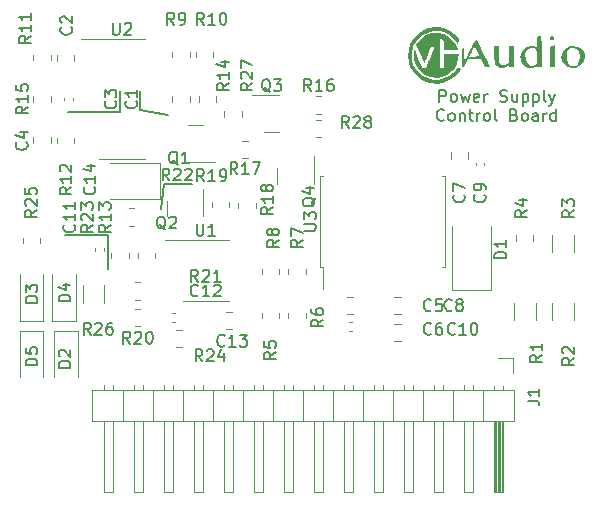
<source format=gbr>
%TF.GenerationSoftware,KiCad,Pcbnew,(5.99.0-9830-g9acf5e365a)*%
%TF.CreationDate,2021-04-09T09:54:32+02:00*%
%TF.ProjectId,Power Supply Control Board SG3525,506f7765-7220-4537-9570-706c7920436f,V 2.0*%
%TF.SameCoordinates,Original*%
%TF.FileFunction,Legend,Top*%
%TF.FilePolarity,Positive*%
%FSLAX46Y46*%
G04 Gerber Fmt 4.6, Leading zero omitted, Abs format (unit mm)*
G04 Created by KiCad (PCBNEW (5.99.0-9830-g9acf5e365a)) date 2021-04-09 09:54:32*
%MOMM*%
%LPD*%
G01*
G04 APERTURE LIST*
%ADD10C,0.150000*%
%ADD11C,0.120000*%
G04 APERTURE END LIST*
D10*
X112903000Y-100965000D02*
X115316000Y-101346000D01*
X112903000Y-99314000D02*
X112903000Y-100965000D01*
X111252000Y-101092000D02*
X106807000Y-101092000D01*
X111252000Y-99314000D02*
X111252000Y-101092000D01*
X110236000Y-111506000D02*
X110236000Y-114427000D01*
X106553000Y-111506000D02*
X110236000Y-111506000D01*
X114935000Y-107188000D02*
X114681000Y-109347000D01*
X117348000Y-107188000D02*
X114935000Y-107188000D01*
X138295666Y-100231380D02*
X138295666Y-99231380D01*
X138676619Y-99231380D01*
X138771857Y-99279000D01*
X138819476Y-99326619D01*
X138867095Y-99421857D01*
X138867095Y-99564714D01*
X138819476Y-99659952D01*
X138771857Y-99707571D01*
X138676619Y-99755190D01*
X138295666Y-99755190D01*
X139438523Y-100231380D02*
X139343285Y-100183761D01*
X139295666Y-100136142D01*
X139248047Y-100040904D01*
X139248047Y-99755190D01*
X139295666Y-99659952D01*
X139343285Y-99612333D01*
X139438523Y-99564714D01*
X139581380Y-99564714D01*
X139676619Y-99612333D01*
X139724238Y-99659952D01*
X139771857Y-99755190D01*
X139771857Y-100040904D01*
X139724238Y-100136142D01*
X139676619Y-100183761D01*
X139581380Y-100231380D01*
X139438523Y-100231380D01*
X140105190Y-99564714D02*
X140295666Y-100231380D01*
X140486142Y-99755190D01*
X140676619Y-100231380D01*
X140867095Y-99564714D01*
X141629000Y-100183761D02*
X141533761Y-100231380D01*
X141343285Y-100231380D01*
X141248047Y-100183761D01*
X141200428Y-100088523D01*
X141200428Y-99707571D01*
X141248047Y-99612333D01*
X141343285Y-99564714D01*
X141533761Y-99564714D01*
X141629000Y-99612333D01*
X141676619Y-99707571D01*
X141676619Y-99802809D01*
X141200428Y-99898047D01*
X142105190Y-100231380D02*
X142105190Y-99564714D01*
X142105190Y-99755190D02*
X142152809Y-99659952D01*
X142200428Y-99612333D01*
X142295666Y-99564714D01*
X142390904Y-99564714D01*
X143438523Y-100183761D02*
X143581380Y-100231380D01*
X143819476Y-100231380D01*
X143914714Y-100183761D01*
X143962333Y-100136142D01*
X144009952Y-100040904D01*
X144009952Y-99945666D01*
X143962333Y-99850428D01*
X143914714Y-99802809D01*
X143819476Y-99755190D01*
X143629000Y-99707571D01*
X143533761Y-99659952D01*
X143486142Y-99612333D01*
X143438523Y-99517095D01*
X143438523Y-99421857D01*
X143486142Y-99326619D01*
X143533761Y-99279000D01*
X143629000Y-99231380D01*
X143867095Y-99231380D01*
X144009952Y-99279000D01*
X144867095Y-99564714D02*
X144867095Y-100231380D01*
X144438523Y-99564714D02*
X144438523Y-100088523D01*
X144486142Y-100183761D01*
X144581380Y-100231380D01*
X144724238Y-100231380D01*
X144819476Y-100183761D01*
X144867095Y-100136142D01*
X145343285Y-99564714D02*
X145343285Y-100564714D01*
X145343285Y-99612333D02*
X145438523Y-99564714D01*
X145629000Y-99564714D01*
X145724238Y-99612333D01*
X145771857Y-99659952D01*
X145819476Y-99755190D01*
X145819476Y-100040904D01*
X145771857Y-100136142D01*
X145724238Y-100183761D01*
X145629000Y-100231380D01*
X145438523Y-100231380D01*
X145343285Y-100183761D01*
X146248047Y-99564714D02*
X146248047Y-100564714D01*
X146248047Y-99612333D02*
X146343285Y-99564714D01*
X146533761Y-99564714D01*
X146629000Y-99612333D01*
X146676619Y-99659952D01*
X146724238Y-99755190D01*
X146724238Y-100040904D01*
X146676619Y-100136142D01*
X146629000Y-100183761D01*
X146533761Y-100231380D01*
X146343285Y-100231380D01*
X146248047Y-100183761D01*
X147295666Y-100231380D02*
X147200428Y-100183761D01*
X147152809Y-100088523D01*
X147152809Y-99231380D01*
X147581380Y-99564714D02*
X147819476Y-100231380D01*
X148057571Y-99564714D02*
X147819476Y-100231380D01*
X147724238Y-100469476D01*
X147676619Y-100517095D01*
X147581380Y-100564714D01*
X138676619Y-101746142D02*
X138629000Y-101793761D01*
X138486142Y-101841380D01*
X138390904Y-101841380D01*
X138248047Y-101793761D01*
X138152809Y-101698523D01*
X138105190Y-101603285D01*
X138057571Y-101412809D01*
X138057571Y-101269952D01*
X138105190Y-101079476D01*
X138152809Y-100984238D01*
X138248047Y-100889000D01*
X138390904Y-100841380D01*
X138486142Y-100841380D01*
X138629000Y-100889000D01*
X138676619Y-100936619D01*
X139248047Y-101841380D02*
X139152809Y-101793761D01*
X139105190Y-101746142D01*
X139057571Y-101650904D01*
X139057571Y-101365190D01*
X139105190Y-101269952D01*
X139152809Y-101222333D01*
X139248047Y-101174714D01*
X139390904Y-101174714D01*
X139486142Y-101222333D01*
X139533761Y-101269952D01*
X139581380Y-101365190D01*
X139581380Y-101650904D01*
X139533761Y-101746142D01*
X139486142Y-101793761D01*
X139390904Y-101841380D01*
X139248047Y-101841380D01*
X140009952Y-101174714D02*
X140009952Y-101841380D01*
X140009952Y-101269952D02*
X140057571Y-101222333D01*
X140152809Y-101174714D01*
X140295666Y-101174714D01*
X140390904Y-101222333D01*
X140438523Y-101317571D01*
X140438523Y-101841380D01*
X140771857Y-101174714D02*
X141152809Y-101174714D01*
X140914714Y-100841380D02*
X140914714Y-101698523D01*
X140962333Y-101793761D01*
X141057571Y-101841380D01*
X141152809Y-101841380D01*
X141486142Y-101841380D02*
X141486142Y-101174714D01*
X141486142Y-101365190D02*
X141533761Y-101269952D01*
X141581380Y-101222333D01*
X141676619Y-101174714D01*
X141771857Y-101174714D01*
X142248047Y-101841380D02*
X142152809Y-101793761D01*
X142105190Y-101746142D01*
X142057571Y-101650904D01*
X142057571Y-101365190D01*
X142105190Y-101269952D01*
X142152809Y-101222333D01*
X142248047Y-101174714D01*
X142390904Y-101174714D01*
X142486142Y-101222333D01*
X142533761Y-101269952D01*
X142581380Y-101365190D01*
X142581380Y-101650904D01*
X142533761Y-101746142D01*
X142486142Y-101793761D01*
X142390904Y-101841380D01*
X142248047Y-101841380D01*
X143152809Y-101841380D02*
X143057571Y-101793761D01*
X143009952Y-101698523D01*
X143009952Y-100841380D01*
X144629000Y-101317571D02*
X144771857Y-101365190D01*
X144819476Y-101412809D01*
X144867095Y-101508047D01*
X144867095Y-101650904D01*
X144819476Y-101746142D01*
X144771857Y-101793761D01*
X144676619Y-101841380D01*
X144295666Y-101841380D01*
X144295666Y-100841380D01*
X144629000Y-100841380D01*
X144724238Y-100889000D01*
X144771857Y-100936619D01*
X144819476Y-101031857D01*
X144819476Y-101127095D01*
X144771857Y-101222333D01*
X144724238Y-101269952D01*
X144629000Y-101317571D01*
X144295666Y-101317571D01*
X145438523Y-101841380D02*
X145343285Y-101793761D01*
X145295666Y-101746142D01*
X145248047Y-101650904D01*
X145248047Y-101365190D01*
X145295666Y-101269952D01*
X145343285Y-101222333D01*
X145438523Y-101174714D01*
X145581380Y-101174714D01*
X145676619Y-101222333D01*
X145724238Y-101269952D01*
X145771857Y-101365190D01*
X145771857Y-101650904D01*
X145724238Y-101746142D01*
X145676619Y-101793761D01*
X145581380Y-101841380D01*
X145438523Y-101841380D01*
X146629000Y-101841380D02*
X146629000Y-101317571D01*
X146581380Y-101222333D01*
X146486142Y-101174714D01*
X146295666Y-101174714D01*
X146200428Y-101222333D01*
X146629000Y-101793761D02*
X146533761Y-101841380D01*
X146295666Y-101841380D01*
X146200428Y-101793761D01*
X146152809Y-101698523D01*
X146152809Y-101603285D01*
X146200428Y-101508047D01*
X146295666Y-101460428D01*
X146533761Y-101460428D01*
X146629000Y-101412809D01*
X147105190Y-101841380D02*
X147105190Y-101174714D01*
X147105190Y-101365190D02*
X147152809Y-101269952D01*
X147200428Y-101222333D01*
X147295666Y-101174714D01*
X147390904Y-101174714D01*
X148152809Y-101841380D02*
X148152809Y-100841380D01*
X148152809Y-101793761D02*
X148057571Y-101841380D01*
X147867095Y-101841380D01*
X147771857Y-101793761D01*
X147724238Y-101746142D01*
X147676619Y-101650904D01*
X147676619Y-101365190D01*
X147724238Y-101269952D01*
X147771857Y-101222333D01*
X147867095Y-101174714D01*
X148057571Y-101174714D01*
X148152809Y-101222333D01*
%TO.C,C14*%
X109069142Y-107449857D02*
X109116761Y-107497476D01*
X109164380Y-107640333D01*
X109164380Y-107735571D01*
X109116761Y-107878428D01*
X109021523Y-107973666D01*
X108926285Y-108021285D01*
X108735809Y-108068904D01*
X108592952Y-108068904D01*
X108402476Y-108021285D01*
X108307238Y-107973666D01*
X108212000Y-107878428D01*
X108164380Y-107735571D01*
X108164380Y-107640333D01*
X108212000Y-107497476D01*
X108259619Y-107449857D01*
X109164380Y-106497476D02*
X109164380Y-107068904D01*
X109164380Y-106783190D02*
X108164380Y-106783190D01*
X108307238Y-106878428D01*
X108402476Y-106973666D01*
X108450095Y-107068904D01*
X108497714Y-105640333D02*
X109164380Y-105640333D01*
X108116761Y-105878428D02*
X108831047Y-106116523D01*
X108831047Y-105497476D01*
%TO.C,D4*%
X107052380Y-117138095D02*
X106052380Y-117138095D01*
X106052380Y-116900000D01*
X106100000Y-116757142D01*
X106195238Y-116661904D01*
X106290476Y-116614285D01*
X106480952Y-116566666D01*
X106623809Y-116566666D01*
X106814285Y-116614285D01*
X106909523Y-116661904D01*
X107004761Y-116757142D01*
X107052380Y-116900000D01*
X107052380Y-117138095D01*
X106385714Y-115709523D02*
X107052380Y-115709523D01*
X106004761Y-115947619D02*
X106719047Y-116185714D01*
X106719047Y-115566666D01*
%TO.C,C1*%
X112607142Y-100166666D02*
X112654761Y-100214285D01*
X112702380Y-100357142D01*
X112702380Y-100452380D01*
X112654761Y-100595238D01*
X112559523Y-100690476D01*
X112464285Y-100738095D01*
X112273809Y-100785714D01*
X112130952Y-100785714D01*
X111940476Y-100738095D01*
X111845238Y-100690476D01*
X111750000Y-100595238D01*
X111702380Y-100452380D01*
X111702380Y-100357142D01*
X111750000Y-100214285D01*
X111797619Y-100166666D01*
X112702380Y-99214285D02*
X112702380Y-99785714D01*
X112702380Y-99500000D02*
X111702380Y-99500000D01*
X111845238Y-99595238D01*
X111940476Y-99690476D01*
X111988095Y-99785714D01*
%TO.C,C3*%
X110857142Y-100166666D02*
X110904761Y-100214285D01*
X110952380Y-100357142D01*
X110952380Y-100452380D01*
X110904761Y-100595238D01*
X110809523Y-100690476D01*
X110714285Y-100738095D01*
X110523809Y-100785714D01*
X110380952Y-100785714D01*
X110190476Y-100738095D01*
X110095238Y-100690476D01*
X110000000Y-100595238D01*
X109952380Y-100452380D01*
X109952380Y-100357142D01*
X110000000Y-100214285D01*
X110047619Y-100166666D01*
X109952380Y-99833333D02*
X109952380Y-99214285D01*
X110333333Y-99547619D01*
X110333333Y-99404761D01*
X110380952Y-99309523D01*
X110428571Y-99261904D01*
X110523809Y-99214285D01*
X110761904Y-99214285D01*
X110857142Y-99261904D01*
X110904761Y-99309523D01*
X110952380Y-99404761D01*
X110952380Y-99690476D01*
X110904761Y-99785714D01*
X110857142Y-99833333D01*
%TO.C,C4*%
X103327142Y-103666666D02*
X103374761Y-103714285D01*
X103422380Y-103857142D01*
X103422380Y-103952380D01*
X103374761Y-104095238D01*
X103279523Y-104190476D01*
X103184285Y-104238095D01*
X102993809Y-104285714D01*
X102850952Y-104285714D01*
X102660476Y-104238095D01*
X102565238Y-104190476D01*
X102470000Y-104095238D01*
X102422380Y-103952380D01*
X102422380Y-103857142D01*
X102470000Y-103714285D01*
X102517619Y-103666666D01*
X102755714Y-102809523D02*
X103422380Y-102809523D01*
X102374761Y-103047619D02*
X103089047Y-103285714D01*
X103089047Y-102666666D01*
%TO.C,C7*%
X140357142Y-108116666D02*
X140404761Y-108164285D01*
X140452380Y-108307142D01*
X140452380Y-108402380D01*
X140404761Y-108545238D01*
X140309523Y-108640476D01*
X140214285Y-108688095D01*
X140023809Y-108735714D01*
X139880952Y-108735714D01*
X139690476Y-108688095D01*
X139595238Y-108640476D01*
X139500000Y-108545238D01*
X139452380Y-108402380D01*
X139452380Y-108307142D01*
X139500000Y-108164285D01*
X139547619Y-108116666D01*
X139452380Y-107783333D02*
X139452380Y-107116666D01*
X140452380Y-107545238D01*
%TO.C,C8*%
X139333333Y-117857142D02*
X139285714Y-117904761D01*
X139142857Y-117952380D01*
X139047619Y-117952380D01*
X138904761Y-117904761D01*
X138809523Y-117809523D01*
X138761904Y-117714285D01*
X138714285Y-117523809D01*
X138714285Y-117380952D01*
X138761904Y-117190476D01*
X138809523Y-117095238D01*
X138904761Y-117000000D01*
X139047619Y-116952380D01*
X139142857Y-116952380D01*
X139285714Y-117000000D01*
X139333333Y-117047619D01*
X139904761Y-117380952D02*
X139809523Y-117333333D01*
X139761904Y-117285714D01*
X139714285Y-117190476D01*
X139714285Y-117142857D01*
X139761904Y-117047619D01*
X139809523Y-117000000D01*
X139904761Y-116952380D01*
X140095238Y-116952380D01*
X140190476Y-117000000D01*
X140238095Y-117047619D01*
X140285714Y-117142857D01*
X140285714Y-117190476D01*
X140238095Y-117285714D01*
X140190476Y-117333333D01*
X140095238Y-117380952D01*
X139904761Y-117380952D01*
X139809523Y-117428571D01*
X139761904Y-117476190D01*
X139714285Y-117571428D01*
X139714285Y-117761904D01*
X139761904Y-117857142D01*
X139809523Y-117904761D01*
X139904761Y-117952380D01*
X140095238Y-117952380D01*
X140190476Y-117904761D01*
X140238095Y-117857142D01*
X140285714Y-117761904D01*
X140285714Y-117571428D01*
X140238095Y-117476190D01*
X140190476Y-117428571D01*
X140095238Y-117380952D01*
%TO.C,C9*%
X142107142Y-108116666D02*
X142154761Y-108164285D01*
X142202380Y-108307142D01*
X142202380Y-108402380D01*
X142154761Y-108545238D01*
X142059523Y-108640476D01*
X141964285Y-108688095D01*
X141773809Y-108735714D01*
X141630952Y-108735714D01*
X141440476Y-108688095D01*
X141345238Y-108640476D01*
X141250000Y-108545238D01*
X141202380Y-108402380D01*
X141202380Y-108307142D01*
X141250000Y-108164285D01*
X141297619Y-108116666D01*
X142202380Y-107640476D02*
X142202380Y-107450000D01*
X142154761Y-107354761D01*
X142107142Y-107307142D01*
X141964285Y-107211904D01*
X141773809Y-107164285D01*
X141392857Y-107164285D01*
X141297619Y-107211904D01*
X141250000Y-107259523D01*
X141202380Y-107354761D01*
X141202380Y-107545238D01*
X141250000Y-107640476D01*
X141297619Y-107688095D01*
X141392857Y-107735714D01*
X141630952Y-107735714D01*
X141726190Y-107688095D01*
X141773809Y-107640476D01*
X141821428Y-107545238D01*
X141821428Y-107354761D01*
X141773809Y-107259523D01*
X141726190Y-107211904D01*
X141630952Y-107164285D01*
%TO.C,C10*%
X139607142Y-119857142D02*
X139559523Y-119904761D01*
X139416666Y-119952380D01*
X139321428Y-119952380D01*
X139178571Y-119904761D01*
X139083333Y-119809523D01*
X139035714Y-119714285D01*
X138988095Y-119523809D01*
X138988095Y-119380952D01*
X139035714Y-119190476D01*
X139083333Y-119095238D01*
X139178571Y-119000000D01*
X139321428Y-118952380D01*
X139416666Y-118952380D01*
X139559523Y-119000000D01*
X139607142Y-119047619D01*
X140559523Y-119952380D02*
X139988095Y-119952380D01*
X140273809Y-119952380D02*
X140273809Y-118952380D01*
X140178571Y-119095238D01*
X140083333Y-119190476D01*
X139988095Y-119238095D01*
X141178571Y-118952380D02*
X141273809Y-118952380D01*
X141369047Y-119000000D01*
X141416666Y-119047619D01*
X141464285Y-119142857D01*
X141511904Y-119333333D01*
X141511904Y-119571428D01*
X141464285Y-119761904D01*
X141416666Y-119857142D01*
X141369047Y-119904761D01*
X141273809Y-119952380D01*
X141178571Y-119952380D01*
X141083333Y-119904761D01*
X141035714Y-119857142D01*
X140988095Y-119761904D01*
X140940476Y-119571428D01*
X140940476Y-119333333D01*
X140988095Y-119142857D01*
X141035714Y-119047619D01*
X141083333Y-119000000D01*
X141178571Y-118952380D01*
%TO.C,D1*%
X143952380Y-113488095D02*
X142952380Y-113488095D01*
X142952380Y-113250000D01*
X143000000Y-113107142D01*
X143095238Y-113011904D01*
X143190476Y-112964285D01*
X143380952Y-112916666D01*
X143523809Y-112916666D01*
X143714285Y-112964285D01*
X143809523Y-113011904D01*
X143904761Y-113107142D01*
X143952380Y-113250000D01*
X143952380Y-113488095D01*
X143952380Y-111964285D02*
X143952380Y-112535714D01*
X143952380Y-112250000D02*
X142952380Y-112250000D01*
X143095238Y-112345238D01*
X143190476Y-112440476D01*
X143238095Y-112535714D01*
%TO.C,D2*%
X107052380Y-122738095D02*
X106052380Y-122738095D01*
X106052380Y-122500000D01*
X106100000Y-122357142D01*
X106195238Y-122261904D01*
X106290476Y-122214285D01*
X106480952Y-122166666D01*
X106623809Y-122166666D01*
X106814285Y-122214285D01*
X106909523Y-122261904D01*
X107004761Y-122357142D01*
X107052380Y-122500000D01*
X107052380Y-122738095D01*
X106147619Y-121785714D02*
X106100000Y-121738095D01*
X106052380Y-121642857D01*
X106052380Y-121404761D01*
X106100000Y-121309523D01*
X106147619Y-121261904D01*
X106242857Y-121214285D01*
X106338095Y-121214285D01*
X106480952Y-121261904D01*
X107052380Y-121833333D01*
X107052380Y-121214285D01*
%TO.C,D3*%
X104252380Y-117238095D02*
X103252380Y-117238095D01*
X103252380Y-117000000D01*
X103300000Y-116857142D01*
X103395238Y-116761904D01*
X103490476Y-116714285D01*
X103680952Y-116666666D01*
X103823809Y-116666666D01*
X104014285Y-116714285D01*
X104109523Y-116761904D01*
X104204761Y-116857142D01*
X104252380Y-117000000D01*
X104252380Y-117238095D01*
X103252380Y-116333333D02*
X103252380Y-115714285D01*
X103633333Y-116047619D01*
X103633333Y-115904761D01*
X103680952Y-115809523D01*
X103728571Y-115761904D01*
X103823809Y-115714285D01*
X104061904Y-115714285D01*
X104157142Y-115761904D01*
X104204761Y-115809523D01*
X104252380Y-115904761D01*
X104252380Y-116190476D01*
X104204761Y-116285714D01*
X104157142Y-116333333D01*
%TO.C,D5*%
X104252380Y-122538095D02*
X103252380Y-122538095D01*
X103252380Y-122300000D01*
X103300000Y-122157142D01*
X103395238Y-122061904D01*
X103490476Y-122014285D01*
X103680952Y-121966666D01*
X103823809Y-121966666D01*
X104014285Y-122014285D01*
X104109523Y-122061904D01*
X104204761Y-122157142D01*
X104252380Y-122300000D01*
X104252380Y-122538095D01*
X103252380Y-121061904D02*
X103252380Y-121538095D01*
X103728571Y-121585714D01*
X103680952Y-121538095D01*
X103633333Y-121442857D01*
X103633333Y-121204761D01*
X103680952Y-121109523D01*
X103728571Y-121061904D01*
X103823809Y-121014285D01*
X104061904Y-121014285D01*
X104157142Y-121061904D01*
X104204761Y-121109523D01*
X104252380Y-121204761D01*
X104252380Y-121442857D01*
X104204761Y-121538095D01*
X104157142Y-121585714D01*
%TO.C,Q1*%
X116154761Y-105547619D02*
X116059523Y-105500000D01*
X115964285Y-105404761D01*
X115821428Y-105261904D01*
X115726190Y-105214285D01*
X115630952Y-105214285D01*
X115678571Y-105452380D02*
X115583333Y-105404761D01*
X115488095Y-105309523D01*
X115440476Y-105119047D01*
X115440476Y-104785714D01*
X115488095Y-104595238D01*
X115583333Y-104500000D01*
X115678571Y-104452380D01*
X115869047Y-104452380D01*
X115964285Y-104500000D01*
X116059523Y-104595238D01*
X116107142Y-104785714D01*
X116107142Y-105119047D01*
X116059523Y-105309523D01*
X115964285Y-105404761D01*
X115869047Y-105452380D01*
X115678571Y-105452380D01*
X117059523Y-105452380D02*
X116488095Y-105452380D01*
X116773809Y-105452380D02*
X116773809Y-104452380D01*
X116678571Y-104595238D01*
X116583333Y-104690476D01*
X116488095Y-104738095D01*
%TO.C,Q2*%
X115093761Y-111037619D02*
X114998523Y-110990000D01*
X114903285Y-110894761D01*
X114760428Y-110751904D01*
X114665190Y-110704285D01*
X114569952Y-110704285D01*
X114617571Y-110942380D02*
X114522333Y-110894761D01*
X114427095Y-110799523D01*
X114379476Y-110609047D01*
X114379476Y-110275714D01*
X114427095Y-110085238D01*
X114522333Y-109990000D01*
X114617571Y-109942380D01*
X114808047Y-109942380D01*
X114903285Y-109990000D01*
X114998523Y-110085238D01*
X115046142Y-110275714D01*
X115046142Y-110609047D01*
X114998523Y-110799523D01*
X114903285Y-110894761D01*
X114808047Y-110942380D01*
X114617571Y-110942380D01*
X115427095Y-110037619D02*
X115474714Y-109990000D01*
X115569952Y-109942380D01*
X115808047Y-109942380D01*
X115903285Y-109990000D01*
X115950904Y-110037619D01*
X115998523Y-110132857D01*
X115998523Y-110228095D01*
X115950904Y-110370952D01*
X115379476Y-110942380D01*
X115998523Y-110942380D01*
%TO.C,R1*%
X146952380Y-121666666D02*
X146476190Y-122000000D01*
X146952380Y-122238095D02*
X145952380Y-122238095D01*
X145952380Y-121857142D01*
X146000000Y-121761904D01*
X146047619Y-121714285D01*
X146142857Y-121666666D01*
X146285714Y-121666666D01*
X146380952Y-121714285D01*
X146428571Y-121761904D01*
X146476190Y-121857142D01*
X146476190Y-122238095D01*
X146952380Y-120714285D02*
X146952380Y-121285714D01*
X146952380Y-121000000D02*
X145952380Y-121000000D01*
X146095238Y-121095238D01*
X146190476Y-121190476D01*
X146238095Y-121285714D01*
%TO.C,R2*%
X149702380Y-121916666D02*
X149226190Y-122250000D01*
X149702380Y-122488095D02*
X148702380Y-122488095D01*
X148702380Y-122107142D01*
X148750000Y-122011904D01*
X148797619Y-121964285D01*
X148892857Y-121916666D01*
X149035714Y-121916666D01*
X149130952Y-121964285D01*
X149178571Y-122011904D01*
X149226190Y-122107142D01*
X149226190Y-122488095D01*
X148797619Y-121535714D02*
X148750000Y-121488095D01*
X148702380Y-121392857D01*
X148702380Y-121154761D01*
X148750000Y-121059523D01*
X148797619Y-121011904D01*
X148892857Y-120964285D01*
X148988095Y-120964285D01*
X149130952Y-121011904D01*
X149702380Y-121583333D01*
X149702380Y-120964285D01*
%TO.C,R3*%
X149702380Y-109416666D02*
X149226190Y-109750000D01*
X149702380Y-109988095D02*
X148702380Y-109988095D01*
X148702380Y-109607142D01*
X148750000Y-109511904D01*
X148797619Y-109464285D01*
X148892857Y-109416666D01*
X149035714Y-109416666D01*
X149130952Y-109464285D01*
X149178571Y-109511904D01*
X149226190Y-109607142D01*
X149226190Y-109988095D01*
X148702380Y-109083333D02*
X148702380Y-108464285D01*
X149083333Y-108797619D01*
X149083333Y-108654761D01*
X149130952Y-108559523D01*
X149178571Y-108511904D01*
X149273809Y-108464285D01*
X149511904Y-108464285D01*
X149607142Y-108511904D01*
X149654761Y-108559523D01*
X149702380Y-108654761D01*
X149702380Y-108940476D01*
X149654761Y-109035714D01*
X149607142Y-109083333D01*
%TO.C,R4*%
X145702380Y-109416666D02*
X145226190Y-109750000D01*
X145702380Y-109988095D02*
X144702380Y-109988095D01*
X144702380Y-109607142D01*
X144750000Y-109511904D01*
X144797619Y-109464285D01*
X144892857Y-109416666D01*
X145035714Y-109416666D01*
X145130952Y-109464285D01*
X145178571Y-109511904D01*
X145226190Y-109607142D01*
X145226190Y-109988095D01*
X145035714Y-108559523D02*
X145702380Y-108559523D01*
X144654761Y-108797619D02*
X145369047Y-109035714D01*
X145369047Y-108416666D01*
%TO.C,R5*%
X124452380Y-121416666D02*
X123976190Y-121750000D01*
X124452380Y-121988095D02*
X123452380Y-121988095D01*
X123452380Y-121607142D01*
X123500000Y-121511904D01*
X123547619Y-121464285D01*
X123642857Y-121416666D01*
X123785714Y-121416666D01*
X123880952Y-121464285D01*
X123928571Y-121511904D01*
X123976190Y-121607142D01*
X123976190Y-121988095D01*
X123452380Y-120511904D02*
X123452380Y-120988095D01*
X123928571Y-121035714D01*
X123880952Y-120988095D01*
X123833333Y-120892857D01*
X123833333Y-120654761D01*
X123880952Y-120559523D01*
X123928571Y-120511904D01*
X124023809Y-120464285D01*
X124261904Y-120464285D01*
X124357142Y-120511904D01*
X124404761Y-120559523D01*
X124452380Y-120654761D01*
X124452380Y-120892857D01*
X124404761Y-120988095D01*
X124357142Y-121035714D01*
%TO.C,R6*%
X128452380Y-118666666D02*
X127976190Y-119000000D01*
X128452380Y-119238095D02*
X127452380Y-119238095D01*
X127452380Y-118857142D01*
X127500000Y-118761904D01*
X127547619Y-118714285D01*
X127642857Y-118666666D01*
X127785714Y-118666666D01*
X127880952Y-118714285D01*
X127928571Y-118761904D01*
X127976190Y-118857142D01*
X127976190Y-119238095D01*
X127452380Y-117809523D02*
X127452380Y-118000000D01*
X127500000Y-118095238D01*
X127547619Y-118142857D01*
X127690476Y-118238095D01*
X127880952Y-118285714D01*
X128261904Y-118285714D01*
X128357142Y-118238095D01*
X128404761Y-118190476D01*
X128452380Y-118095238D01*
X128452380Y-117904761D01*
X128404761Y-117809523D01*
X128357142Y-117761904D01*
X128261904Y-117714285D01*
X128023809Y-117714285D01*
X127928571Y-117761904D01*
X127880952Y-117809523D01*
X127833333Y-117904761D01*
X127833333Y-118095238D01*
X127880952Y-118190476D01*
X127928571Y-118238095D01*
X128023809Y-118285714D01*
%TO.C,R7*%
X126702380Y-111916666D02*
X126226190Y-112250000D01*
X126702380Y-112488095D02*
X125702380Y-112488095D01*
X125702380Y-112107142D01*
X125750000Y-112011904D01*
X125797619Y-111964285D01*
X125892857Y-111916666D01*
X126035714Y-111916666D01*
X126130952Y-111964285D01*
X126178571Y-112011904D01*
X126226190Y-112107142D01*
X126226190Y-112488095D01*
X125702380Y-111583333D02*
X125702380Y-110916666D01*
X126702380Y-111345238D01*
%TO.C,R8*%
X124702380Y-111916666D02*
X124226190Y-112250000D01*
X124702380Y-112488095D02*
X123702380Y-112488095D01*
X123702380Y-112107142D01*
X123750000Y-112011904D01*
X123797619Y-111964285D01*
X123892857Y-111916666D01*
X124035714Y-111916666D01*
X124130952Y-111964285D01*
X124178571Y-112011904D01*
X124226190Y-112107142D01*
X124226190Y-112488095D01*
X124130952Y-111345238D02*
X124083333Y-111440476D01*
X124035714Y-111488095D01*
X123940476Y-111535714D01*
X123892857Y-111535714D01*
X123797619Y-111488095D01*
X123750000Y-111440476D01*
X123702380Y-111345238D01*
X123702380Y-111154761D01*
X123750000Y-111059523D01*
X123797619Y-111011904D01*
X123892857Y-110964285D01*
X123940476Y-110964285D01*
X124035714Y-111011904D01*
X124083333Y-111059523D01*
X124130952Y-111154761D01*
X124130952Y-111345238D01*
X124178571Y-111440476D01*
X124226190Y-111488095D01*
X124321428Y-111535714D01*
X124511904Y-111535714D01*
X124607142Y-111488095D01*
X124654761Y-111440476D01*
X124702380Y-111345238D01*
X124702380Y-111154761D01*
X124654761Y-111059523D01*
X124607142Y-111011904D01*
X124511904Y-110964285D01*
X124321428Y-110964285D01*
X124226190Y-111011904D01*
X124178571Y-111059523D01*
X124130952Y-111154761D01*
%TO.C,R9*%
X115833333Y-93702380D02*
X115500000Y-93226190D01*
X115261904Y-93702380D02*
X115261904Y-92702380D01*
X115642857Y-92702380D01*
X115738095Y-92750000D01*
X115785714Y-92797619D01*
X115833333Y-92892857D01*
X115833333Y-93035714D01*
X115785714Y-93130952D01*
X115738095Y-93178571D01*
X115642857Y-93226190D01*
X115261904Y-93226190D01*
X116309523Y-93702380D02*
X116500000Y-93702380D01*
X116595238Y-93654761D01*
X116642857Y-93607142D01*
X116738095Y-93464285D01*
X116785714Y-93273809D01*
X116785714Y-92892857D01*
X116738095Y-92797619D01*
X116690476Y-92750000D01*
X116595238Y-92702380D01*
X116404761Y-92702380D01*
X116309523Y-92750000D01*
X116261904Y-92797619D01*
X116214285Y-92892857D01*
X116214285Y-93130952D01*
X116261904Y-93226190D01*
X116309523Y-93273809D01*
X116404761Y-93321428D01*
X116595238Y-93321428D01*
X116690476Y-93273809D01*
X116738095Y-93226190D01*
X116785714Y-93130952D01*
%TO.C,R10*%
X118357142Y-93702380D02*
X118023809Y-93226190D01*
X117785714Y-93702380D02*
X117785714Y-92702380D01*
X118166666Y-92702380D01*
X118261904Y-92750000D01*
X118309523Y-92797619D01*
X118357142Y-92892857D01*
X118357142Y-93035714D01*
X118309523Y-93130952D01*
X118261904Y-93178571D01*
X118166666Y-93226190D01*
X117785714Y-93226190D01*
X119309523Y-93702380D02*
X118738095Y-93702380D01*
X119023809Y-93702380D02*
X119023809Y-92702380D01*
X118928571Y-92845238D01*
X118833333Y-92940476D01*
X118738095Y-92988095D01*
X119928571Y-92702380D02*
X120023809Y-92702380D01*
X120119047Y-92750000D01*
X120166666Y-92797619D01*
X120214285Y-92892857D01*
X120261904Y-93083333D01*
X120261904Y-93321428D01*
X120214285Y-93511904D01*
X120166666Y-93607142D01*
X120119047Y-93654761D01*
X120023809Y-93702380D01*
X119928571Y-93702380D01*
X119833333Y-93654761D01*
X119785714Y-93607142D01*
X119738095Y-93511904D01*
X119690476Y-93321428D01*
X119690476Y-93083333D01*
X119738095Y-92892857D01*
X119785714Y-92797619D01*
X119833333Y-92750000D01*
X119928571Y-92702380D01*
%TO.C,R11*%
X103702380Y-94642857D02*
X103226190Y-94976190D01*
X103702380Y-95214285D02*
X102702380Y-95214285D01*
X102702380Y-94833333D01*
X102750000Y-94738095D01*
X102797619Y-94690476D01*
X102892857Y-94642857D01*
X103035714Y-94642857D01*
X103130952Y-94690476D01*
X103178571Y-94738095D01*
X103226190Y-94833333D01*
X103226190Y-95214285D01*
X103702380Y-93690476D02*
X103702380Y-94261904D01*
X103702380Y-93976190D02*
X102702380Y-93976190D01*
X102845238Y-94071428D01*
X102940476Y-94166666D01*
X102988095Y-94261904D01*
X103702380Y-92738095D02*
X103702380Y-93309523D01*
X103702380Y-93023809D02*
X102702380Y-93023809D01*
X102845238Y-93119047D01*
X102940476Y-93214285D01*
X102988095Y-93309523D01*
%TO.C,R12*%
X107132380Y-107449857D02*
X106656190Y-107783190D01*
X107132380Y-108021285D02*
X106132380Y-108021285D01*
X106132380Y-107640333D01*
X106180000Y-107545095D01*
X106227619Y-107497476D01*
X106322857Y-107449857D01*
X106465714Y-107449857D01*
X106560952Y-107497476D01*
X106608571Y-107545095D01*
X106656190Y-107640333D01*
X106656190Y-108021285D01*
X107132380Y-106497476D02*
X107132380Y-107068904D01*
X107132380Y-106783190D02*
X106132380Y-106783190D01*
X106275238Y-106878428D01*
X106370476Y-106973666D01*
X106418095Y-107068904D01*
X106227619Y-106116523D02*
X106180000Y-106068904D01*
X106132380Y-105973666D01*
X106132380Y-105735571D01*
X106180000Y-105640333D01*
X106227619Y-105592714D01*
X106322857Y-105545095D01*
X106418095Y-105545095D01*
X106560952Y-105592714D01*
X107132380Y-106164142D01*
X107132380Y-105545095D01*
%TO.C,R14*%
X120452380Y-98642857D02*
X119976190Y-98976190D01*
X120452380Y-99214285D02*
X119452380Y-99214285D01*
X119452380Y-98833333D01*
X119500000Y-98738095D01*
X119547619Y-98690476D01*
X119642857Y-98642857D01*
X119785714Y-98642857D01*
X119880952Y-98690476D01*
X119928571Y-98738095D01*
X119976190Y-98833333D01*
X119976190Y-99214285D01*
X120452380Y-97690476D02*
X120452380Y-98261904D01*
X120452380Y-97976190D02*
X119452380Y-97976190D01*
X119595238Y-98071428D01*
X119690476Y-98166666D01*
X119738095Y-98261904D01*
X119785714Y-96833333D02*
X120452380Y-96833333D01*
X119404761Y-97071428D02*
X120119047Y-97309523D01*
X120119047Y-96690476D01*
%TO.C,R15*%
X103452380Y-100642857D02*
X102976190Y-100976190D01*
X103452380Y-101214285D02*
X102452380Y-101214285D01*
X102452380Y-100833333D01*
X102500000Y-100738095D01*
X102547619Y-100690476D01*
X102642857Y-100642857D01*
X102785714Y-100642857D01*
X102880952Y-100690476D01*
X102928571Y-100738095D01*
X102976190Y-100833333D01*
X102976190Y-101214285D01*
X103452380Y-99690476D02*
X103452380Y-100261904D01*
X103452380Y-99976190D02*
X102452380Y-99976190D01*
X102595238Y-100071428D01*
X102690476Y-100166666D01*
X102738095Y-100261904D01*
X102452380Y-98785714D02*
X102452380Y-99261904D01*
X102928571Y-99309523D01*
X102880952Y-99261904D01*
X102833333Y-99166666D01*
X102833333Y-98928571D01*
X102880952Y-98833333D01*
X102928571Y-98785714D01*
X103023809Y-98738095D01*
X103261904Y-98738095D01*
X103357142Y-98785714D01*
X103404761Y-98833333D01*
X103452380Y-98928571D01*
X103452380Y-99166666D01*
X103404761Y-99261904D01*
X103357142Y-99309523D01*
%TO.C,R16*%
X127436142Y-99309380D02*
X127102809Y-98833190D01*
X126864714Y-99309380D02*
X126864714Y-98309380D01*
X127245666Y-98309380D01*
X127340904Y-98357000D01*
X127388523Y-98404619D01*
X127436142Y-98499857D01*
X127436142Y-98642714D01*
X127388523Y-98737952D01*
X127340904Y-98785571D01*
X127245666Y-98833190D01*
X126864714Y-98833190D01*
X128388523Y-99309380D02*
X127817095Y-99309380D01*
X128102809Y-99309380D02*
X128102809Y-98309380D01*
X128007571Y-98452238D01*
X127912333Y-98547476D01*
X127817095Y-98595095D01*
X129245666Y-98309380D02*
X129055190Y-98309380D01*
X128959952Y-98357000D01*
X128912333Y-98404619D01*
X128817095Y-98547476D01*
X128769476Y-98737952D01*
X128769476Y-99118904D01*
X128817095Y-99214142D01*
X128864714Y-99261761D01*
X128959952Y-99309380D01*
X129150428Y-99309380D01*
X129245666Y-99261761D01*
X129293285Y-99214142D01*
X129340904Y-99118904D01*
X129340904Y-98880809D01*
X129293285Y-98785571D01*
X129245666Y-98737952D01*
X129150428Y-98690333D01*
X128959952Y-98690333D01*
X128864714Y-98737952D01*
X128817095Y-98785571D01*
X128769476Y-98880809D01*
%TO.C,R18*%
X124202380Y-109142857D02*
X123726190Y-109476190D01*
X124202380Y-109714285D02*
X123202380Y-109714285D01*
X123202380Y-109333333D01*
X123250000Y-109238095D01*
X123297619Y-109190476D01*
X123392857Y-109142857D01*
X123535714Y-109142857D01*
X123630952Y-109190476D01*
X123678571Y-109238095D01*
X123726190Y-109333333D01*
X123726190Y-109714285D01*
X124202380Y-108190476D02*
X124202380Y-108761904D01*
X124202380Y-108476190D02*
X123202380Y-108476190D01*
X123345238Y-108571428D01*
X123440476Y-108666666D01*
X123488095Y-108761904D01*
X123630952Y-107619047D02*
X123583333Y-107714285D01*
X123535714Y-107761904D01*
X123440476Y-107809523D01*
X123392857Y-107809523D01*
X123297619Y-107761904D01*
X123250000Y-107714285D01*
X123202380Y-107619047D01*
X123202380Y-107428571D01*
X123250000Y-107333333D01*
X123297619Y-107285714D01*
X123392857Y-107238095D01*
X123440476Y-107238095D01*
X123535714Y-107285714D01*
X123583333Y-107333333D01*
X123630952Y-107428571D01*
X123630952Y-107619047D01*
X123678571Y-107714285D01*
X123726190Y-107761904D01*
X123821428Y-107809523D01*
X124011904Y-107809523D01*
X124107142Y-107761904D01*
X124154761Y-107714285D01*
X124202380Y-107619047D01*
X124202380Y-107428571D01*
X124154761Y-107333333D01*
X124107142Y-107285714D01*
X124011904Y-107238095D01*
X123821428Y-107238095D01*
X123726190Y-107285714D01*
X123678571Y-107333333D01*
X123630952Y-107428571D01*
%TO.C,R19*%
X118357142Y-106952380D02*
X118023809Y-106476190D01*
X117785714Y-106952380D02*
X117785714Y-105952380D01*
X118166666Y-105952380D01*
X118261904Y-106000000D01*
X118309523Y-106047619D01*
X118357142Y-106142857D01*
X118357142Y-106285714D01*
X118309523Y-106380952D01*
X118261904Y-106428571D01*
X118166666Y-106476190D01*
X117785714Y-106476190D01*
X119309523Y-106952380D02*
X118738095Y-106952380D01*
X119023809Y-106952380D02*
X119023809Y-105952380D01*
X118928571Y-106095238D01*
X118833333Y-106190476D01*
X118738095Y-106238095D01*
X119785714Y-106952380D02*
X119976190Y-106952380D01*
X120071428Y-106904761D01*
X120119047Y-106857142D01*
X120214285Y-106714285D01*
X120261904Y-106523809D01*
X120261904Y-106142857D01*
X120214285Y-106047619D01*
X120166666Y-106000000D01*
X120071428Y-105952380D01*
X119880952Y-105952380D01*
X119785714Y-106000000D01*
X119738095Y-106047619D01*
X119690476Y-106142857D01*
X119690476Y-106380952D01*
X119738095Y-106476190D01*
X119785714Y-106523809D01*
X119880952Y-106571428D01*
X120071428Y-106571428D01*
X120166666Y-106523809D01*
X120214285Y-106476190D01*
X120261904Y-106380952D01*
%TO.C,R20*%
X112107142Y-120702380D02*
X111773809Y-120226190D01*
X111535714Y-120702380D02*
X111535714Y-119702380D01*
X111916666Y-119702380D01*
X112011904Y-119750000D01*
X112059523Y-119797619D01*
X112107142Y-119892857D01*
X112107142Y-120035714D01*
X112059523Y-120130952D01*
X112011904Y-120178571D01*
X111916666Y-120226190D01*
X111535714Y-120226190D01*
X112488095Y-119797619D02*
X112535714Y-119750000D01*
X112630952Y-119702380D01*
X112869047Y-119702380D01*
X112964285Y-119750000D01*
X113011904Y-119797619D01*
X113059523Y-119892857D01*
X113059523Y-119988095D01*
X113011904Y-120130952D01*
X112440476Y-120702380D01*
X113059523Y-120702380D01*
X113678571Y-119702380D02*
X113773809Y-119702380D01*
X113869047Y-119750000D01*
X113916666Y-119797619D01*
X113964285Y-119892857D01*
X114011904Y-120083333D01*
X114011904Y-120321428D01*
X113964285Y-120511904D01*
X113916666Y-120607142D01*
X113869047Y-120654761D01*
X113773809Y-120702380D01*
X113678571Y-120702380D01*
X113583333Y-120654761D01*
X113535714Y-120607142D01*
X113488095Y-120511904D01*
X113440476Y-120321428D01*
X113440476Y-120083333D01*
X113488095Y-119892857D01*
X113535714Y-119797619D01*
X113583333Y-119750000D01*
X113678571Y-119702380D01*
%TO.C,R21*%
X117857142Y-115452380D02*
X117523809Y-114976190D01*
X117285714Y-115452380D02*
X117285714Y-114452380D01*
X117666666Y-114452380D01*
X117761904Y-114500000D01*
X117809523Y-114547619D01*
X117857142Y-114642857D01*
X117857142Y-114785714D01*
X117809523Y-114880952D01*
X117761904Y-114928571D01*
X117666666Y-114976190D01*
X117285714Y-114976190D01*
X118238095Y-114547619D02*
X118285714Y-114500000D01*
X118380952Y-114452380D01*
X118619047Y-114452380D01*
X118714285Y-114500000D01*
X118761904Y-114547619D01*
X118809523Y-114642857D01*
X118809523Y-114738095D01*
X118761904Y-114880952D01*
X118190476Y-115452380D01*
X118809523Y-115452380D01*
X119761904Y-115452380D02*
X119190476Y-115452380D01*
X119476190Y-115452380D02*
X119476190Y-114452380D01*
X119380952Y-114595238D01*
X119285714Y-114690476D01*
X119190476Y-114738095D01*
%TO.C,R22*%
X115435142Y-106878380D02*
X115101809Y-106402190D01*
X114863714Y-106878380D02*
X114863714Y-105878380D01*
X115244666Y-105878380D01*
X115339904Y-105926000D01*
X115387523Y-105973619D01*
X115435142Y-106068857D01*
X115435142Y-106211714D01*
X115387523Y-106306952D01*
X115339904Y-106354571D01*
X115244666Y-106402190D01*
X114863714Y-106402190D01*
X115816095Y-105973619D02*
X115863714Y-105926000D01*
X115958952Y-105878380D01*
X116197047Y-105878380D01*
X116292285Y-105926000D01*
X116339904Y-105973619D01*
X116387523Y-106068857D01*
X116387523Y-106164095D01*
X116339904Y-106306952D01*
X115768476Y-106878380D01*
X116387523Y-106878380D01*
X116768476Y-105973619D02*
X116816095Y-105926000D01*
X116911333Y-105878380D01*
X117149428Y-105878380D01*
X117244666Y-105926000D01*
X117292285Y-105973619D01*
X117339904Y-106068857D01*
X117339904Y-106164095D01*
X117292285Y-106306952D01*
X116720857Y-106878380D01*
X117339904Y-106878380D01*
%TO.C,R23*%
X108952380Y-110642857D02*
X108476190Y-110976190D01*
X108952380Y-111214285D02*
X107952380Y-111214285D01*
X107952380Y-110833333D01*
X108000000Y-110738095D01*
X108047619Y-110690476D01*
X108142857Y-110642857D01*
X108285714Y-110642857D01*
X108380952Y-110690476D01*
X108428571Y-110738095D01*
X108476190Y-110833333D01*
X108476190Y-111214285D01*
X108047619Y-110261904D02*
X108000000Y-110214285D01*
X107952380Y-110119047D01*
X107952380Y-109880952D01*
X108000000Y-109785714D01*
X108047619Y-109738095D01*
X108142857Y-109690476D01*
X108238095Y-109690476D01*
X108380952Y-109738095D01*
X108952380Y-110309523D01*
X108952380Y-109690476D01*
X107952380Y-109357142D02*
X107952380Y-108738095D01*
X108333333Y-109071428D01*
X108333333Y-108928571D01*
X108380952Y-108833333D01*
X108428571Y-108785714D01*
X108523809Y-108738095D01*
X108761904Y-108738095D01*
X108857142Y-108785714D01*
X108904761Y-108833333D01*
X108952380Y-108928571D01*
X108952380Y-109214285D01*
X108904761Y-109309523D01*
X108857142Y-109357142D01*
%TO.C,R24*%
X118229142Y-122202380D02*
X117895809Y-121726190D01*
X117657714Y-122202380D02*
X117657714Y-121202380D01*
X118038666Y-121202380D01*
X118133904Y-121250000D01*
X118181523Y-121297619D01*
X118229142Y-121392857D01*
X118229142Y-121535714D01*
X118181523Y-121630952D01*
X118133904Y-121678571D01*
X118038666Y-121726190D01*
X117657714Y-121726190D01*
X118610095Y-121297619D02*
X118657714Y-121250000D01*
X118752952Y-121202380D01*
X118991047Y-121202380D01*
X119086285Y-121250000D01*
X119133904Y-121297619D01*
X119181523Y-121392857D01*
X119181523Y-121488095D01*
X119133904Y-121630952D01*
X118562476Y-122202380D01*
X119181523Y-122202380D01*
X120038666Y-121535714D02*
X120038666Y-122202380D01*
X119800571Y-121154761D02*
X119562476Y-121869047D01*
X120181523Y-121869047D01*
%TO.C,R26*%
X108757142Y-119952380D02*
X108423809Y-119476190D01*
X108185714Y-119952380D02*
X108185714Y-118952380D01*
X108566666Y-118952380D01*
X108661904Y-119000000D01*
X108709523Y-119047619D01*
X108757142Y-119142857D01*
X108757142Y-119285714D01*
X108709523Y-119380952D01*
X108661904Y-119428571D01*
X108566666Y-119476190D01*
X108185714Y-119476190D01*
X109138095Y-119047619D02*
X109185714Y-119000000D01*
X109280952Y-118952380D01*
X109519047Y-118952380D01*
X109614285Y-119000000D01*
X109661904Y-119047619D01*
X109709523Y-119142857D01*
X109709523Y-119238095D01*
X109661904Y-119380952D01*
X109090476Y-119952380D01*
X109709523Y-119952380D01*
X110566666Y-118952380D02*
X110376190Y-118952380D01*
X110280952Y-119000000D01*
X110233333Y-119047619D01*
X110138095Y-119190476D01*
X110090476Y-119380952D01*
X110090476Y-119761904D01*
X110138095Y-119857142D01*
X110185714Y-119904761D01*
X110280952Y-119952380D01*
X110471428Y-119952380D01*
X110566666Y-119904761D01*
X110614285Y-119857142D01*
X110661904Y-119761904D01*
X110661904Y-119523809D01*
X110614285Y-119428571D01*
X110566666Y-119380952D01*
X110471428Y-119333333D01*
X110280952Y-119333333D01*
X110185714Y-119380952D01*
X110138095Y-119428571D01*
X110090476Y-119523809D01*
%TO.C,U2*%
X110638095Y-93552380D02*
X110638095Y-94361904D01*
X110685714Y-94457142D01*
X110733333Y-94504761D01*
X110828571Y-94552380D01*
X111019047Y-94552380D01*
X111114285Y-94504761D01*
X111161904Y-94457142D01*
X111209523Y-94361904D01*
X111209523Y-93552380D01*
X111638095Y-93647619D02*
X111685714Y-93600000D01*
X111780952Y-93552380D01*
X112019047Y-93552380D01*
X112114285Y-93600000D01*
X112161904Y-93647619D01*
X112209523Y-93742857D01*
X112209523Y-93838095D01*
X112161904Y-93980952D01*
X111590476Y-94552380D01*
X112209523Y-94552380D01*
%TO.C,U3*%
X126836380Y-111128904D02*
X127645904Y-111128904D01*
X127741142Y-111081285D01*
X127788761Y-111033666D01*
X127836380Y-110938428D01*
X127836380Y-110747952D01*
X127788761Y-110652714D01*
X127741142Y-110605095D01*
X127645904Y-110557476D01*
X126836380Y-110557476D01*
X126836380Y-110176523D02*
X126836380Y-109557476D01*
X127217333Y-109890809D01*
X127217333Y-109747952D01*
X127264952Y-109652714D01*
X127312571Y-109605095D01*
X127407809Y-109557476D01*
X127645904Y-109557476D01*
X127741142Y-109605095D01*
X127788761Y-109652714D01*
X127836380Y-109747952D01*
X127836380Y-110033666D01*
X127788761Y-110128904D01*
X127741142Y-110176523D01*
%TO.C,C5*%
X137583333Y-117857142D02*
X137535714Y-117904761D01*
X137392857Y-117952380D01*
X137297619Y-117952380D01*
X137154761Y-117904761D01*
X137059523Y-117809523D01*
X137011904Y-117714285D01*
X136964285Y-117523809D01*
X136964285Y-117380952D01*
X137011904Y-117190476D01*
X137059523Y-117095238D01*
X137154761Y-117000000D01*
X137297619Y-116952380D01*
X137392857Y-116952380D01*
X137535714Y-117000000D01*
X137583333Y-117047619D01*
X138488095Y-116952380D02*
X138011904Y-116952380D01*
X137964285Y-117428571D01*
X138011904Y-117380952D01*
X138107142Y-117333333D01*
X138345238Y-117333333D01*
X138440476Y-117380952D01*
X138488095Y-117428571D01*
X138535714Y-117523809D01*
X138535714Y-117761904D01*
X138488095Y-117857142D01*
X138440476Y-117904761D01*
X138345238Y-117952380D01*
X138107142Y-117952380D01*
X138011904Y-117904761D01*
X137964285Y-117857142D01*
%TO.C,C6*%
X137583333Y-119857142D02*
X137535714Y-119904761D01*
X137392857Y-119952380D01*
X137297619Y-119952380D01*
X137154761Y-119904761D01*
X137059523Y-119809523D01*
X137011904Y-119714285D01*
X136964285Y-119523809D01*
X136964285Y-119380952D01*
X137011904Y-119190476D01*
X137059523Y-119095238D01*
X137154761Y-119000000D01*
X137297619Y-118952380D01*
X137392857Y-118952380D01*
X137535714Y-119000000D01*
X137583333Y-119047619D01*
X138440476Y-118952380D02*
X138250000Y-118952380D01*
X138154761Y-119000000D01*
X138107142Y-119047619D01*
X138011904Y-119190476D01*
X137964285Y-119380952D01*
X137964285Y-119761904D01*
X138011904Y-119857142D01*
X138059523Y-119904761D01*
X138154761Y-119952380D01*
X138345238Y-119952380D01*
X138440476Y-119904761D01*
X138488095Y-119857142D01*
X138535714Y-119761904D01*
X138535714Y-119523809D01*
X138488095Y-119428571D01*
X138440476Y-119380952D01*
X138345238Y-119333333D01*
X138154761Y-119333333D01*
X138059523Y-119380952D01*
X138011904Y-119428571D01*
X137964285Y-119523809D01*
%TO.C,U1*%
X117738095Y-110552380D02*
X117738095Y-111361904D01*
X117785714Y-111457142D01*
X117833333Y-111504761D01*
X117928571Y-111552380D01*
X118119047Y-111552380D01*
X118214285Y-111504761D01*
X118261904Y-111457142D01*
X118309523Y-111361904D01*
X118309523Y-110552380D01*
X119309523Y-111552380D02*
X118738095Y-111552380D01*
X119023809Y-111552380D02*
X119023809Y-110552380D01*
X118928571Y-110695238D01*
X118833333Y-110790476D01*
X118738095Y-110838095D01*
%TO.C,C13*%
X120107142Y-120857142D02*
X120059523Y-120904761D01*
X119916666Y-120952380D01*
X119821428Y-120952380D01*
X119678571Y-120904761D01*
X119583333Y-120809523D01*
X119535714Y-120714285D01*
X119488095Y-120523809D01*
X119488095Y-120380952D01*
X119535714Y-120190476D01*
X119583333Y-120095238D01*
X119678571Y-120000000D01*
X119821428Y-119952380D01*
X119916666Y-119952380D01*
X120059523Y-120000000D01*
X120107142Y-120047619D01*
X121059523Y-120952380D02*
X120488095Y-120952380D01*
X120773809Y-120952380D02*
X120773809Y-119952380D01*
X120678571Y-120095238D01*
X120583333Y-120190476D01*
X120488095Y-120238095D01*
X121392857Y-119952380D02*
X122011904Y-119952380D01*
X121678571Y-120333333D01*
X121821428Y-120333333D01*
X121916666Y-120380952D01*
X121964285Y-120428571D01*
X122011904Y-120523809D01*
X122011904Y-120761904D01*
X121964285Y-120857142D01*
X121916666Y-120904761D01*
X121821428Y-120952380D01*
X121535714Y-120952380D01*
X121440476Y-120904761D01*
X121392857Y-120857142D01*
%TO.C,R25*%
X104202380Y-109392857D02*
X103726190Y-109726190D01*
X104202380Y-109964285D02*
X103202380Y-109964285D01*
X103202380Y-109583333D01*
X103250000Y-109488095D01*
X103297619Y-109440476D01*
X103392857Y-109392857D01*
X103535714Y-109392857D01*
X103630952Y-109440476D01*
X103678571Y-109488095D01*
X103726190Y-109583333D01*
X103726190Y-109964285D01*
X103297619Y-109011904D02*
X103250000Y-108964285D01*
X103202380Y-108869047D01*
X103202380Y-108630952D01*
X103250000Y-108535714D01*
X103297619Y-108488095D01*
X103392857Y-108440476D01*
X103488095Y-108440476D01*
X103630952Y-108488095D01*
X104202380Y-109059523D01*
X104202380Y-108440476D01*
X103202380Y-107535714D02*
X103202380Y-108011904D01*
X103678571Y-108059523D01*
X103630952Y-108011904D01*
X103583333Y-107916666D01*
X103583333Y-107678571D01*
X103630952Y-107583333D01*
X103678571Y-107535714D01*
X103773809Y-107488095D01*
X104011904Y-107488095D01*
X104107142Y-107535714D01*
X104154761Y-107583333D01*
X104202380Y-107678571D01*
X104202380Y-107916666D01*
X104154761Y-108011904D01*
X104107142Y-108059523D01*
%TO.C,J1*%
X145756380Y-125555333D02*
X146470666Y-125555333D01*
X146613523Y-125602952D01*
X146708761Y-125698190D01*
X146756380Y-125841047D01*
X146756380Y-125936285D01*
X146756380Y-124555333D02*
X146756380Y-125126761D01*
X146756380Y-124841047D02*
X145756380Y-124841047D01*
X145899238Y-124936285D01*
X145994476Y-125031523D01*
X146042095Y-125126761D01*
%TO.C,C11*%
X107357142Y-110642857D02*
X107404761Y-110690476D01*
X107452380Y-110833333D01*
X107452380Y-110928571D01*
X107404761Y-111071428D01*
X107309523Y-111166666D01*
X107214285Y-111214285D01*
X107023809Y-111261904D01*
X106880952Y-111261904D01*
X106690476Y-111214285D01*
X106595238Y-111166666D01*
X106500000Y-111071428D01*
X106452380Y-110928571D01*
X106452380Y-110833333D01*
X106500000Y-110690476D01*
X106547619Y-110642857D01*
X107452380Y-109690476D02*
X107452380Y-110261904D01*
X107452380Y-109976190D02*
X106452380Y-109976190D01*
X106595238Y-110071428D01*
X106690476Y-110166666D01*
X106738095Y-110261904D01*
X107452380Y-108738095D02*
X107452380Y-109309523D01*
X107452380Y-109023809D02*
X106452380Y-109023809D01*
X106595238Y-109119047D01*
X106690476Y-109214285D01*
X106738095Y-109309523D01*
%TO.C,R28*%
X130607142Y-102452380D02*
X130273809Y-101976190D01*
X130035714Y-102452380D02*
X130035714Y-101452380D01*
X130416666Y-101452380D01*
X130511904Y-101500000D01*
X130559523Y-101547619D01*
X130607142Y-101642857D01*
X130607142Y-101785714D01*
X130559523Y-101880952D01*
X130511904Y-101928571D01*
X130416666Y-101976190D01*
X130035714Y-101976190D01*
X130988095Y-101547619D02*
X131035714Y-101500000D01*
X131130952Y-101452380D01*
X131369047Y-101452380D01*
X131464285Y-101500000D01*
X131511904Y-101547619D01*
X131559523Y-101642857D01*
X131559523Y-101738095D01*
X131511904Y-101880952D01*
X130940476Y-102452380D01*
X131559523Y-102452380D01*
X132130952Y-101880952D02*
X132035714Y-101833333D01*
X131988095Y-101785714D01*
X131940476Y-101690476D01*
X131940476Y-101642857D01*
X131988095Y-101547619D01*
X132035714Y-101500000D01*
X132130952Y-101452380D01*
X132321428Y-101452380D01*
X132416666Y-101500000D01*
X132464285Y-101547619D01*
X132511904Y-101642857D01*
X132511904Y-101690476D01*
X132464285Y-101785714D01*
X132416666Y-101833333D01*
X132321428Y-101880952D01*
X132130952Y-101880952D01*
X132035714Y-101928571D01*
X131988095Y-101976190D01*
X131940476Y-102071428D01*
X131940476Y-102261904D01*
X131988095Y-102357142D01*
X132035714Y-102404761D01*
X132130952Y-102452380D01*
X132321428Y-102452380D01*
X132416666Y-102404761D01*
X132464285Y-102357142D01*
X132511904Y-102261904D01*
X132511904Y-102071428D01*
X132464285Y-101976190D01*
X132416666Y-101928571D01*
X132321428Y-101880952D01*
%TO.C,C2*%
X107107142Y-93916666D02*
X107154761Y-93964285D01*
X107202380Y-94107142D01*
X107202380Y-94202380D01*
X107154761Y-94345238D01*
X107059523Y-94440476D01*
X106964285Y-94488095D01*
X106773809Y-94535714D01*
X106630952Y-94535714D01*
X106440476Y-94488095D01*
X106345238Y-94440476D01*
X106250000Y-94345238D01*
X106202380Y-94202380D01*
X106202380Y-94107142D01*
X106250000Y-93964285D01*
X106297619Y-93916666D01*
X106297619Y-93535714D02*
X106250000Y-93488095D01*
X106202380Y-93392857D01*
X106202380Y-93154761D01*
X106250000Y-93059523D01*
X106297619Y-93011904D01*
X106392857Y-92964285D01*
X106488095Y-92964285D01*
X106630952Y-93011904D01*
X107202380Y-93583333D01*
X107202380Y-92964285D01*
%TO.C,Q4*%
X127797619Y-108345238D02*
X127750000Y-108440476D01*
X127654761Y-108535714D01*
X127511904Y-108678571D01*
X127464285Y-108773809D01*
X127464285Y-108869047D01*
X127702380Y-108821428D02*
X127654761Y-108916666D01*
X127559523Y-109011904D01*
X127369047Y-109059523D01*
X127035714Y-109059523D01*
X126845238Y-109011904D01*
X126750000Y-108916666D01*
X126702380Y-108821428D01*
X126702380Y-108630952D01*
X126750000Y-108535714D01*
X126845238Y-108440476D01*
X127035714Y-108392857D01*
X127369047Y-108392857D01*
X127559523Y-108440476D01*
X127654761Y-108535714D01*
X127702380Y-108630952D01*
X127702380Y-108821428D01*
X127035714Y-107535714D02*
X127702380Y-107535714D01*
X126654761Y-107773809D02*
X127369047Y-108011904D01*
X127369047Y-107392857D01*
%TO.C,C12*%
X117857142Y-116607142D02*
X117809523Y-116654761D01*
X117666666Y-116702380D01*
X117571428Y-116702380D01*
X117428571Y-116654761D01*
X117333333Y-116559523D01*
X117285714Y-116464285D01*
X117238095Y-116273809D01*
X117238095Y-116130952D01*
X117285714Y-115940476D01*
X117333333Y-115845238D01*
X117428571Y-115750000D01*
X117571428Y-115702380D01*
X117666666Y-115702380D01*
X117809523Y-115750000D01*
X117857142Y-115797619D01*
X118809523Y-116702380D02*
X118238095Y-116702380D01*
X118523809Y-116702380D02*
X118523809Y-115702380D01*
X118428571Y-115845238D01*
X118333333Y-115940476D01*
X118238095Y-115988095D01*
X119190476Y-115797619D02*
X119238095Y-115750000D01*
X119333333Y-115702380D01*
X119571428Y-115702380D01*
X119666666Y-115750000D01*
X119714285Y-115797619D01*
X119761904Y-115892857D01*
X119761904Y-115988095D01*
X119714285Y-116130952D01*
X119142857Y-116702380D01*
X119761904Y-116702380D01*
%TO.C,R13*%
X110452380Y-110642857D02*
X109976190Y-110976190D01*
X110452380Y-111214285D02*
X109452380Y-111214285D01*
X109452380Y-110833333D01*
X109500000Y-110738095D01*
X109547619Y-110690476D01*
X109642857Y-110642857D01*
X109785714Y-110642857D01*
X109880952Y-110690476D01*
X109928571Y-110738095D01*
X109976190Y-110833333D01*
X109976190Y-111214285D01*
X110452380Y-109690476D02*
X110452380Y-110261904D01*
X110452380Y-109976190D02*
X109452380Y-109976190D01*
X109595238Y-110071428D01*
X109690476Y-110166666D01*
X109738095Y-110261904D01*
X109452380Y-109357142D02*
X109452380Y-108738095D01*
X109833333Y-109071428D01*
X109833333Y-108928571D01*
X109880952Y-108833333D01*
X109928571Y-108785714D01*
X110023809Y-108738095D01*
X110261904Y-108738095D01*
X110357142Y-108785714D01*
X110404761Y-108833333D01*
X110452380Y-108928571D01*
X110452380Y-109214285D01*
X110404761Y-109309523D01*
X110357142Y-109357142D01*
%TO.C,Q3*%
X123983761Y-99404619D02*
X123888523Y-99357000D01*
X123793285Y-99261761D01*
X123650428Y-99118904D01*
X123555190Y-99071285D01*
X123459952Y-99071285D01*
X123507571Y-99309380D02*
X123412333Y-99261761D01*
X123317095Y-99166523D01*
X123269476Y-98976047D01*
X123269476Y-98642714D01*
X123317095Y-98452238D01*
X123412333Y-98357000D01*
X123507571Y-98309380D01*
X123698047Y-98309380D01*
X123793285Y-98357000D01*
X123888523Y-98452238D01*
X123936142Y-98642714D01*
X123936142Y-98976047D01*
X123888523Y-99166523D01*
X123793285Y-99261761D01*
X123698047Y-99309380D01*
X123507571Y-99309380D01*
X124269476Y-98309380D02*
X124888523Y-98309380D01*
X124555190Y-98690333D01*
X124698047Y-98690333D01*
X124793285Y-98737952D01*
X124840904Y-98785571D01*
X124888523Y-98880809D01*
X124888523Y-99118904D01*
X124840904Y-99214142D01*
X124793285Y-99261761D01*
X124698047Y-99309380D01*
X124412333Y-99309380D01*
X124317095Y-99261761D01*
X124269476Y-99214142D01*
%TO.C,R27*%
X122452380Y-98642857D02*
X121976190Y-98976190D01*
X122452380Y-99214285D02*
X121452380Y-99214285D01*
X121452380Y-98833333D01*
X121500000Y-98738095D01*
X121547619Y-98690476D01*
X121642857Y-98642857D01*
X121785714Y-98642857D01*
X121880952Y-98690476D01*
X121928571Y-98738095D01*
X121976190Y-98833333D01*
X121976190Y-99214285D01*
X121547619Y-98261904D02*
X121500000Y-98214285D01*
X121452380Y-98119047D01*
X121452380Y-97880952D01*
X121500000Y-97785714D01*
X121547619Y-97738095D01*
X121642857Y-97690476D01*
X121738095Y-97690476D01*
X121880952Y-97738095D01*
X122452380Y-98309523D01*
X122452380Y-97690476D01*
X121452380Y-97357142D02*
X121452380Y-96690476D01*
X122452380Y-97119047D01*
%TO.C,R17*%
X121186142Y-106359380D02*
X120852809Y-105883190D01*
X120614714Y-106359380D02*
X120614714Y-105359380D01*
X120995666Y-105359380D01*
X121090904Y-105407000D01*
X121138523Y-105454619D01*
X121186142Y-105549857D01*
X121186142Y-105692714D01*
X121138523Y-105787952D01*
X121090904Y-105835571D01*
X120995666Y-105883190D01*
X120614714Y-105883190D01*
X122138523Y-106359380D02*
X121567095Y-106359380D01*
X121852809Y-106359380D02*
X121852809Y-105359380D01*
X121757571Y-105502238D01*
X121662333Y-105597476D01*
X121567095Y-105645095D01*
X122471857Y-105359380D02*
X123138523Y-105359380D01*
X122709952Y-106359380D01*
D11*
%TO.C,C14*%
X114601000Y-105424000D02*
X110391000Y-105424000D01*
X114601000Y-108444000D02*
X114601000Y-105424000D01*
X110391000Y-108444000D02*
X114601000Y-108444000D01*
%TO.C,REF\u002A\u002A*%
G36*
X145478919Y-95770963D02*
G01*
X145720603Y-95613183D01*
X145928875Y-95520606D01*
X146083869Y-95488800D01*
X146243746Y-95508532D01*
X146296380Y-95521787D01*
X146550762Y-95589685D01*
X146550762Y-95145246D01*
X146558215Y-94891725D01*
X146584397Y-94742483D01*
X146635043Y-94670833D01*
X146654848Y-94660864D01*
X146750316Y-94626990D01*
X146822197Y-94618586D01*
X146873838Y-94650723D01*
X146908587Y-94738467D01*
X146929788Y-94896886D01*
X146940790Y-95141050D01*
X146944939Y-95486025D01*
X146945580Y-95946881D01*
X146945580Y-97318850D01*
X146748171Y-97318850D01*
X146609547Y-97300915D01*
X146550776Y-97257704D01*
X146550762Y-97256949D01*
X146501319Y-97240332D01*
X146381158Y-97283644D01*
X146369803Y-97289446D01*
X146096814Y-97369706D01*
X145800622Y-97361970D01*
X145662420Y-97321875D01*
X145441969Y-97167992D01*
X145262575Y-96925057D01*
X145160863Y-96657670D01*
X145150379Y-96331392D01*
X145163608Y-96294929D01*
X145581717Y-96294929D01*
X145607955Y-96588172D01*
X145707994Y-96856600D01*
X145870287Y-97052108D01*
X146042419Y-97161218D01*
X146197374Y-97176171D01*
X146383158Y-97110878D01*
X146464566Y-97066348D01*
X146514185Y-97003954D01*
X146539858Y-96893913D01*
X146549428Y-96706445D01*
X146550762Y-96474480D01*
X146543806Y-96169044D01*
X146519955Y-95966648D01*
X146474728Y-95839309D01*
X146441858Y-95794109D01*
X146275421Y-95697234D01*
X146060445Y-95678420D01*
X145853873Y-95737028D01*
X145764795Y-95801708D01*
X145632818Y-96018799D01*
X145581717Y-96294929D01*
X145163608Y-96294929D01*
X145260168Y-96028788D01*
X145478919Y-95770963D01*
G37*
G36*
X148064233Y-97318850D02*
G01*
X147669414Y-97318850D01*
X147669414Y-96430508D01*
X147672849Y-96105698D01*
X147682263Y-95834011D01*
X147696325Y-95639455D01*
X147713703Y-95546036D01*
X147718767Y-95541268D01*
X147815800Y-95525028D01*
X147916176Y-95500691D01*
X148064233Y-95461014D01*
X148064233Y-97318850D01*
G37*
G36*
X141019159Y-95556159D02*
G01*
X141164751Y-95287242D01*
X141282968Y-95084921D01*
X141362276Y-94969321D01*
X141385938Y-94949938D01*
X141448288Y-95010186D01*
X141559518Y-95188868D01*
X141717995Y-95482889D01*
X141922088Y-95889155D01*
X142170167Y-96404572D01*
X142313895Y-96710171D01*
X142598265Y-97318850D01*
X142383817Y-97318850D01*
X142258469Y-97307260D01*
X142167721Y-97253746D01*
X142081121Y-97130190D01*
X141991868Y-96956933D01*
X141814368Y-96595016D01*
X140721701Y-96595016D01*
X140544200Y-96956933D01*
X140423756Y-97167633D01*
X140315328Y-97293694D01*
X140260239Y-97318850D01*
X140185290Y-97279885D01*
X140193721Y-97214764D01*
X140209274Y-97111685D01*
X140222696Y-96906044D01*
X140232621Y-96626883D01*
X140237684Y-96303244D01*
X140237834Y-96277069D01*
X140241700Y-95934262D01*
X140250206Y-95710062D01*
X140264815Y-95591507D01*
X140286990Y-95565637D01*
X140313374Y-95607969D01*
X140348970Y-95753024D01*
X140376617Y-95982908D01*
X140390904Y-96250868D01*
X140391457Y-96282815D01*
X140398171Y-96793153D01*
X140595409Y-96397607D01*
X140823997Y-96397607D01*
X141252664Y-96397607D01*
X141470779Y-96392735D01*
X141625146Y-96379988D01*
X141681332Y-96362829D01*
X141654309Y-96285735D01*
X141585578Y-96138452D01*
X141493640Y-95956345D01*
X141396999Y-95774781D01*
X141314157Y-95629127D01*
X141263618Y-95554749D01*
X141257102Y-95551958D01*
X141219402Y-95618046D01*
X141140002Y-95769869D01*
X141035703Y-95975270D01*
X141030152Y-95986337D01*
X140823997Y-96397607D01*
X140595409Y-96397607D01*
X140857727Y-95871546D01*
X141019159Y-95556159D01*
G37*
G36*
X147917411Y-94662111D02*
G01*
X148012450Y-94778096D01*
X148031332Y-94858405D01*
X147979242Y-94960417D01*
X147860019Y-95007621D01*
X147729227Y-94992798D01*
X147642501Y-94908914D01*
X147643019Y-94770368D01*
X147726919Y-94667384D01*
X147852223Y-94637651D01*
X147917411Y-94662111D01*
G37*
G36*
X143326409Y-96222900D02*
G01*
X143329777Y-96541123D01*
X143342623Y-96754858D01*
X143369065Y-96891114D01*
X143413217Y-96976899D01*
X143446746Y-97012538D01*
X143643022Y-97108637D01*
X143871389Y-97097358D01*
X144035602Y-97019005D01*
X144101416Y-96963056D01*
X144143899Y-96887937D01*
X144168098Y-96766403D01*
X144179059Y-96571206D01*
X144181828Y-96275098D01*
X144181850Y-96229368D01*
X144181850Y-95542166D01*
X144576668Y-95542166D01*
X144576668Y-97318850D01*
X144379259Y-97318850D01*
X144225949Y-97291777D01*
X144181850Y-97214779D01*
X144165584Y-97157767D01*
X144097846Y-97169393D01*
X143960223Y-97247680D01*
X143669690Y-97366820D01*
X143395777Y-97359623D01*
X143149585Y-97226386D01*
X143149120Y-97225987D01*
X143069828Y-97152341D01*
X143016377Y-97075276D01*
X142982670Y-96967630D01*
X142962611Y-96802236D01*
X142950105Y-96551932D01*
X142942379Y-96304743D01*
X142920265Y-95542166D01*
X143326409Y-95542166D01*
X143326409Y-96222900D01*
G37*
G36*
X138278991Y-94393215D02*
G01*
X138701525Y-94522206D01*
X139104088Y-94751843D01*
X139450562Y-95056152D01*
X139704831Y-95409156D01*
X139712814Y-95424389D01*
X139807640Y-95621437D01*
X139838195Y-95750022D01*
X139789285Y-95824708D01*
X139645715Y-95860056D01*
X139392292Y-95870627D01*
X139246616Y-95871182D01*
X138654389Y-95871182D01*
X138654389Y-95410560D01*
X138651969Y-95169910D01*
X138637884Y-95032182D01*
X138601891Y-94968696D01*
X138533747Y-94950777D01*
X138489881Y-94949938D01*
X138325373Y-94949938D01*
X138325373Y-97384653D01*
X138489881Y-97384653D01*
X138567756Y-97379938D01*
X138616108Y-97348907D01*
X138641974Y-97266236D01*
X138652386Y-97106599D01*
X138654381Y-96844672D01*
X138654389Y-96792425D01*
X138654389Y-96200197D01*
X139922767Y-96200197D01*
X139879659Y-96566985D01*
X139777176Y-97010726D01*
X139573026Y-97390100D01*
X139334446Y-97661069D01*
X138955898Y-97943266D01*
X138521023Y-98128030D01*
X138060925Y-98207008D01*
X137606708Y-98171849D01*
X137515911Y-98149442D01*
X137107340Y-97975581D01*
X136748756Y-97708245D01*
X136455068Y-97370154D01*
X136241183Y-96984027D01*
X136122011Y-96572587D01*
X136112460Y-96158552D01*
X136132386Y-96040949D01*
X136190682Y-95772477D01*
X136514066Y-96581703D01*
X136647129Y-96910346D01*
X136744805Y-97134926D01*
X136818739Y-97274297D01*
X136880570Y-97347313D01*
X136941943Y-97372827D01*
X137001673Y-97371341D01*
X137075822Y-97349445D01*
X137144229Y-97289829D01*
X137218776Y-97172620D01*
X137311348Y-96977946D01*
X137433827Y-96685933D01*
X137480554Y-96570482D01*
X137632114Y-96193985D01*
X137739227Y-95922659D01*
X137805900Y-95739315D01*
X137836143Y-95626762D01*
X137833962Y-95567812D01*
X137803368Y-95545275D01*
X137748369Y-95541960D01*
X137720353Y-95542166D01*
X137647696Y-95555921D01*
X137582491Y-95611054D01*
X137512289Y-95728368D01*
X137424647Y-95928666D01*
X137307118Y-96232748D01*
X137306986Y-96233099D01*
X137200083Y-96508743D01*
X137107467Y-96732148D01*
X137039805Y-96878552D01*
X137009311Y-96924032D01*
X136972599Y-96866331D01*
X136901500Y-96709738D01*
X136806682Y-96479013D01*
X136711635Y-96233099D01*
X136600684Y-95956867D01*
X136497578Y-95733174D01*
X136414702Y-95586955D01*
X136368506Y-95542166D01*
X136298974Y-95519592D01*
X136304549Y-95441148D01*
X136390083Y-95290754D01*
X136485591Y-95154056D01*
X136785684Y-94840091D01*
X137164648Y-94595715D01*
X137587757Y-94435661D01*
X138020286Y-94374659D01*
X138278991Y-94393215D01*
G37*
G36*
X148839665Y-95865891D02*
G01*
X149061042Y-95656568D01*
X149333740Y-95529197D01*
X149648787Y-95499100D01*
X149968990Y-95558701D01*
X150257155Y-95700428D01*
X150476086Y-95916706D01*
X150496947Y-95948959D01*
X150616797Y-96250348D01*
X150622448Y-96544953D01*
X150531013Y-96817201D01*
X150359606Y-97051520D01*
X150125341Y-97232338D01*
X149845330Y-97344081D01*
X149536688Y-97371178D01*
X149216528Y-97298055D01*
X149084181Y-97234522D01*
X148816530Y-97020100D01*
X148657927Y-96753770D01*
X148608697Y-96457789D01*
X148644425Y-96278541D01*
X149069824Y-96278541D01*
X149088437Y-96623530D01*
X149190727Y-96912408D01*
X149365569Y-97118850D01*
X149446098Y-97168908D01*
X149595892Y-97235598D01*
X149703969Y-97241587D01*
X149844470Y-97188603D01*
X149866275Y-97178708D01*
X150042655Y-97028004D01*
X150141215Y-96774822D01*
X150160219Y-96424066D01*
X150155835Y-96360100D01*
X150085199Y-96030852D01*
X149939201Y-95801861D01*
X149722829Y-95679238D01*
X149584086Y-95659539D01*
X149347473Y-95705007D01*
X149183148Y-95858225D01*
X149089525Y-96121100D01*
X149069824Y-96278541D01*
X148644425Y-96278541D01*
X148669167Y-96154411D01*
X148839665Y-95865891D01*
G37*
G36*
X138304354Y-93935116D02*
G01*
X138525310Y-93951944D01*
X138706001Y-93992096D01*
X138892048Y-94064677D01*
X139059732Y-94144487D01*
X139316641Y-94290839D01*
X139558700Y-94462014D01*
X139721338Y-94608776D01*
X139858546Y-94777567D01*
X139917975Y-94915385D01*
X139920992Y-95077805D01*
X139916812Y-95117222D01*
X139886616Y-95375878D01*
X139783510Y-95212260D01*
X139525826Y-94893654D01*
X139190957Y-94607100D01*
X138829950Y-94394489D01*
X138742842Y-94358268D01*
X138254129Y-94240090D01*
X137765262Y-94244709D01*
X137295046Y-94364687D01*
X136862285Y-94592588D01*
X136485785Y-94920975D01*
X136184351Y-95342409D01*
X136165242Y-95377658D01*
X136077948Y-95559835D01*
X136025323Y-95731040D01*
X135999019Y-95935262D01*
X135990692Y-96216492D01*
X135990440Y-96298902D01*
X136013682Y-96728325D01*
X136094251Y-97074551D01*
X136248085Y-97379309D01*
X136491122Y-97684331D01*
X136539215Y-97735805D01*
X136914249Y-98043694D01*
X137340459Y-98247685D01*
X137796321Y-98349297D01*
X138260312Y-98350050D01*
X138710910Y-98251463D01*
X139126590Y-98055055D01*
X139485830Y-97762348D01*
X139683789Y-97513779D01*
X139791811Y-97372212D01*
X139873566Y-97304026D01*
X139898918Y-97308251D01*
X139990894Y-97373670D01*
X140052524Y-97393492D01*
X140104640Y-97421730D01*
X140094510Y-97488418D01*
X140013286Y-97616922D01*
X139920918Y-97741070D01*
X139553049Y-98125446D01*
X139116414Y-98418425D01*
X138634048Y-98612172D01*
X138128988Y-98698850D01*
X137624269Y-98670622D01*
X137371228Y-98608450D01*
X136837658Y-98375326D01*
X136389436Y-98042185D01*
X136028691Y-97610890D01*
X135835410Y-97264572D01*
X135699311Y-96842548D01*
X135646303Y-96366202D01*
X135676387Y-95883271D01*
X135789564Y-95441493D01*
X135835410Y-95333232D01*
X136124042Y-94861486D01*
X136506673Y-94457426D01*
X136956062Y-94149597D01*
X136973999Y-94140227D01*
X137176602Y-94041860D01*
X137349155Y-93980818D01*
X137535725Y-93948159D01*
X137780380Y-93934938D01*
X137997513Y-93932507D01*
X138304354Y-93935116D01*
G37*
%TO.C,D4*%
X105500000Y-118750000D02*
X105500000Y-114850000D01*
X107500000Y-118750000D02*
X107500000Y-114850000D01*
X105500000Y-118750000D02*
X107500000Y-118750000D01*
%TO.C,C1*%
X115665000Y-99738748D02*
X115665000Y-100261252D01*
X117135000Y-99738748D02*
X117135000Y-100261252D01*
%TO.C,C3*%
X106540000Y-100107836D02*
X106540000Y-99892164D01*
X107260000Y-100107836D02*
X107260000Y-99892164D01*
%TO.C,C4*%
X103915000Y-103761252D02*
X103915000Y-103238748D01*
X105385000Y-103761252D02*
X105385000Y-103238748D01*
%TO.C,C7*%
X139265000Y-105036252D02*
X139265000Y-104513748D01*
X140735000Y-105036252D02*
X140735000Y-104513748D01*
%TO.C,C8*%
X135011252Y-118235000D02*
X134488748Y-118235000D01*
X135011252Y-116765000D02*
X134488748Y-116765000D01*
%TO.C,C9*%
X141390000Y-105607836D02*
X141390000Y-105392164D01*
X142110000Y-105607836D02*
X142110000Y-105392164D01*
%TO.C,C10*%
X135011252Y-119015000D02*
X134488748Y-119015000D01*
X135011252Y-120485000D02*
X134488748Y-120485000D01*
%TO.C,D1*%
X142650000Y-116150000D02*
X142650000Y-110750000D01*
X139350000Y-116150000D02*
X139350000Y-110750000D01*
X139350000Y-116150000D02*
X142650000Y-116150000D01*
%TO.C,D2*%
X107680000Y-119670000D02*
X105680000Y-119670000D01*
X107680000Y-119670000D02*
X107680000Y-123570000D01*
X105680000Y-119670000D02*
X105680000Y-123570000D01*
%TO.C,D3*%
X102759000Y-118750000D02*
X102759000Y-114850000D01*
X102759000Y-118750000D02*
X104759000Y-118750000D01*
X104759000Y-118750000D02*
X104759000Y-114850000D01*
%TO.C,D5*%
X104759000Y-119670000D02*
X102759000Y-119670000D01*
X104759000Y-119670000D02*
X104759000Y-123570000D01*
X102759000Y-119670000D02*
X102759000Y-123570000D01*
%TO.C,Q1*%
X117650000Y-102190000D02*
X117000000Y-102190000D01*
X117650000Y-105310000D02*
X119325000Y-105310000D01*
X117650000Y-102190000D02*
X118300000Y-102190000D01*
X117650000Y-105310000D02*
X117000000Y-105310000D01*
%TO.C,Q2*%
X118310000Y-109250000D02*
X118310000Y-107575000D01*
X115190000Y-109250000D02*
X115190000Y-109900000D01*
X115190000Y-109250000D02*
X115190000Y-108600000D01*
X118310000Y-109250000D02*
X118310000Y-109900000D01*
%TO.C,R1*%
X146452000Y-118710064D02*
X146452000Y-117255936D01*
X144632000Y-118710064D02*
X144632000Y-117255936D01*
%TO.C,R2*%
X147840000Y-118727064D02*
X147840000Y-117272936D01*
X149660000Y-118727064D02*
X149660000Y-117272936D01*
%TO.C,R3*%
X147840000Y-112977064D02*
X147840000Y-111522936D01*
X149660000Y-112977064D02*
X149660000Y-111522936D01*
%TO.C,R4*%
X144765000Y-111522936D02*
X144765000Y-111977064D01*
X146235000Y-111522936D02*
X146235000Y-111977064D01*
%TO.C,R5*%
X123265000Y-118564564D02*
X123265000Y-118110436D01*
X124735000Y-118564564D02*
X124735000Y-118110436D01*
%TO.C,R6*%
X126985000Y-118564564D02*
X126985000Y-118110436D01*
X125515000Y-118564564D02*
X125515000Y-118110436D01*
%TO.C,R7*%
X125515000Y-114360436D02*
X125515000Y-114814564D01*
X126985000Y-114360436D02*
X126985000Y-114814564D01*
%TO.C,R8*%
X124735000Y-114814564D02*
X124735000Y-114360436D01*
X123265000Y-114814564D02*
X123265000Y-114360436D01*
%TO.C,R9*%
X115665000Y-96477064D02*
X115665000Y-96022936D01*
X117135000Y-96477064D02*
X117135000Y-96022936D01*
%TO.C,R10*%
X119135000Y-96477064D02*
X119135000Y-96022936D01*
X117665000Y-96477064D02*
X117665000Y-96022936D01*
%TO.C,R11*%
X105385000Y-96272936D02*
X105385000Y-96727064D01*
X103915000Y-96272936D02*
X103915000Y-96727064D01*
%TO.C,R12*%
X107385000Y-103727064D02*
X107385000Y-103272936D01*
X105915000Y-103727064D02*
X105915000Y-103272936D01*
%TO.C,R14*%
X117915000Y-99772936D02*
X117915000Y-100227064D01*
X119385000Y-99772936D02*
X119385000Y-100227064D01*
%TO.C,R15*%
X105385000Y-100227064D02*
X105385000Y-99772936D01*
X103915000Y-100227064D02*
X103915000Y-99772936D01*
%TO.C,R16*%
X127851936Y-99772000D02*
X128306064Y-99772000D01*
X127851936Y-101242000D02*
X128306064Y-101242000D01*
%TO.C,R18*%
X122735000Y-109227064D02*
X122735000Y-108772936D01*
X121265000Y-109227064D02*
X121265000Y-108772936D01*
%TO.C,R19*%
X119015000Y-108685436D02*
X119015000Y-109139564D01*
X120485000Y-108685436D02*
X120485000Y-109139564D01*
%TO.C,R20*%
X112977064Y-119235000D02*
X112522936Y-119235000D01*
X112977064Y-117765000D02*
X112522936Y-117765000D01*
%TO.C,R21*%
X112977064Y-116985000D02*
X112522936Y-116985000D01*
X112977064Y-115515000D02*
X112522936Y-115515000D01*
%TO.C,R22*%
X112477064Y-110735000D02*
X112022936Y-110735000D01*
X112477064Y-109265000D02*
X112022936Y-109265000D01*
%TO.C,R23*%
X111985000Y-113022936D02*
X111985000Y-113477064D01*
X110515000Y-113022936D02*
X110515000Y-113477064D01*
%TO.C,R24*%
X116022936Y-120985000D02*
X116477064Y-120985000D01*
X116022936Y-119515000D02*
X116477064Y-119515000D01*
%TO.C,R26*%
X109910000Y-117227064D02*
X109910000Y-115772936D01*
X108090000Y-117227064D02*
X108090000Y-115772936D01*
%TO.C,U2*%
X111400000Y-105060000D02*
X109450000Y-105060000D01*
X111400000Y-94940000D02*
X107950000Y-94940000D01*
X111400000Y-105060000D02*
X113350000Y-105060000D01*
X111400000Y-94940000D02*
X113350000Y-94940000D01*
%TO.C,U3*%
X138744000Y-114227000D02*
X138489000Y-114227000D01*
X138744000Y-110367000D02*
X138744000Y-114227000D01*
X138744000Y-106507000D02*
X138489000Y-106507000D01*
X128224000Y-110367000D02*
X128224000Y-106507000D01*
X128224000Y-106507000D02*
X128479000Y-106507000D01*
X138744000Y-110367000D02*
X138744000Y-106507000D01*
X128224000Y-114227000D02*
X128479000Y-114227000D01*
X128224000Y-110367000D02*
X128224000Y-114227000D01*
X128479000Y-114227000D02*
X128479000Y-116042000D01*
%TO.C,C5*%
X131011252Y-118235000D02*
X130488748Y-118235000D01*
X131011252Y-116765000D02*
X130488748Y-116765000D01*
%TO.C,C6*%
X130857836Y-119610000D02*
X130642164Y-119610000D01*
X130857836Y-118890000D02*
X130642164Y-118890000D01*
%TO.C,U1*%
X118500000Y-111940000D02*
X120450000Y-111940000D01*
X118500000Y-111940000D02*
X115050000Y-111940000D01*
X118500000Y-117060000D02*
X120450000Y-117060000D01*
X118500000Y-117060000D02*
X116550000Y-117060000D01*
%TO.C,C13*%
X120238748Y-118015000D02*
X120761252Y-118015000D01*
X120238748Y-119485000D02*
X120761252Y-119485000D01*
%TO.C,R25*%
X103015000Y-112227064D02*
X103015000Y-111772936D01*
X104485000Y-112227064D02*
X104485000Y-111772936D01*
%TO.C,J1*%
X142876000Y-124300000D02*
X142876000Y-124630000D01*
X128396000Y-127290000D02*
X128396000Y-133290000D01*
X143336000Y-127290000D02*
X143336000Y-133290000D01*
X135256000Y-124232929D02*
X135256000Y-124630000D01*
X131826000Y-124630000D02*
X131826000Y-127290000D01*
X120016000Y-124232929D02*
X120016000Y-124630000D01*
X143576000Y-127290000D02*
X143576000Y-133290000D01*
X110616000Y-127290000D02*
X110616000Y-133290000D01*
X123316000Y-124232929D02*
X123316000Y-124630000D01*
X115696000Y-133290000D02*
X114936000Y-133290000D01*
X110616000Y-133290000D02*
X109856000Y-133290000D01*
X114046000Y-124630000D02*
X114046000Y-127290000D01*
X128396000Y-124232929D02*
X128396000Y-124630000D01*
X136016000Y-124232929D02*
X136016000Y-124630000D01*
X140336000Y-124232929D02*
X140336000Y-124630000D01*
X113156000Y-124232929D02*
X113156000Y-124630000D01*
X130936000Y-133290000D02*
X130176000Y-133290000D01*
X123316000Y-133290000D02*
X122556000Y-133290000D01*
X134366000Y-124630000D02*
X134366000Y-127290000D01*
X133476000Y-124232929D02*
X133476000Y-124630000D01*
X141096000Y-127290000D02*
X141096000Y-133290000D01*
X115696000Y-127290000D02*
X115696000Y-133290000D01*
X120776000Y-127290000D02*
X120776000Y-133290000D01*
X132716000Y-124232929D02*
X132716000Y-124630000D01*
X130176000Y-133290000D02*
X130176000Y-127290000D01*
X138556000Y-133290000D02*
X137796000Y-133290000D01*
X144586000Y-127290000D02*
X144586000Y-124630000D01*
X143096000Y-127290000D02*
X143096000Y-133290000D01*
X130176000Y-124232929D02*
X130176000Y-124630000D01*
X111506000Y-124630000D02*
X111506000Y-127290000D01*
X120016000Y-133290000D02*
X120016000Y-127290000D01*
X124206000Y-124630000D02*
X124206000Y-127290000D01*
X114936000Y-124232929D02*
X114936000Y-124630000D01*
X128396000Y-133290000D02*
X127636000Y-133290000D01*
X143256000Y-121920000D02*
X144526000Y-121920000D01*
X125096000Y-124232929D02*
X125096000Y-124630000D01*
X117476000Y-133290000D02*
X117476000Y-127290000D01*
X129286000Y-124630000D02*
X129286000Y-127290000D01*
X120776000Y-133290000D02*
X120016000Y-133290000D01*
X113156000Y-133290000D02*
X112396000Y-133290000D01*
X141096000Y-124232929D02*
X141096000Y-124630000D01*
X123316000Y-127290000D02*
X123316000Y-133290000D01*
X138556000Y-127290000D02*
X138556000Y-133290000D01*
X114936000Y-133290000D02*
X114936000Y-127290000D01*
X130936000Y-127290000D02*
X130936000Y-133290000D01*
X120776000Y-124232929D02*
X120776000Y-124630000D01*
X136016000Y-133290000D02*
X135256000Y-133290000D01*
X109856000Y-124232929D02*
X109856000Y-124630000D01*
X133476000Y-127290000D02*
X133476000Y-133290000D01*
X126746000Y-124630000D02*
X126746000Y-127290000D01*
X135256000Y-133290000D02*
X135256000Y-127290000D01*
X125856000Y-127290000D02*
X125856000Y-133290000D01*
X136906000Y-124630000D02*
X136906000Y-127290000D01*
X143456000Y-127290000D02*
X143456000Y-133290000D01*
X130936000Y-124232929D02*
X130936000Y-124630000D01*
X143636000Y-127290000D02*
X143636000Y-133290000D01*
X143636000Y-133290000D02*
X142876000Y-133290000D01*
X141986000Y-124630000D02*
X141986000Y-127290000D01*
X144586000Y-124630000D02*
X108906000Y-124630000D01*
X117476000Y-124232929D02*
X117476000Y-124630000D01*
X140336000Y-133290000D02*
X140336000Y-127290000D01*
X112396000Y-124232929D02*
X112396000Y-124630000D01*
X137796000Y-124232929D02*
X137796000Y-124630000D01*
X125096000Y-133290000D02*
X125096000Y-127290000D01*
X125856000Y-124232929D02*
X125856000Y-124630000D01*
X109856000Y-133290000D02*
X109856000Y-127290000D01*
X143636000Y-124300000D02*
X143636000Y-124630000D01*
X116586000Y-124630000D02*
X116586000Y-127290000D01*
X119126000Y-124630000D02*
X119126000Y-127290000D01*
X144526000Y-121920000D02*
X144526000Y-123190000D01*
X121666000Y-124630000D02*
X121666000Y-127290000D01*
X127636000Y-133290000D02*
X127636000Y-127290000D01*
X143216000Y-127290000D02*
X143216000Y-133290000D01*
X141096000Y-133290000D02*
X140336000Y-133290000D01*
X139446000Y-124630000D02*
X139446000Y-127290000D01*
X110616000Y-124232929D02*
X110616000Y-124630000D01*
X127636000Y-124232929D02*
X127636000Y-124630000D01*
X122556000Y-133290000D02*
X122556000Y-127290000D01*
X122556000Y-124232929D02*
X122556000Y-124630000D01*
X108906000Y-124630000D02*
X108906000Y-127290000D01*
X137796000Y-133290000D02*
X137796000Y-127290000D01*
X112396000Y-133290000D02*
X112396000Y-127290000D01*
X118236000Y-127290000D02*
X118236000Y-133290000D01*
X108906000Y-127290000D02*
X144586000Y-127290000D01*
X113156000Y-127290000D02*
X113156000Y-133290000D01*
X142876000Y-133290000D02*
X142876000Y-127290000D01*
X138556000Y-124232929D02*
X138556000Y-124630000D01*
X136016000Y-127290000D02*
X136016000Y-133290000D01*
X125856000Y-133290000D02*
X125096000Y-133290000D01*
X118236000Y-133290000D02*
X117476000Y-133290000D01*
X132716000Y-133290000D02*
X132716000Y-127290000D01*
X133476000Y-133290000D02*
X132716000Y-133290000D01*
X142976000Y-127290000D02*
X142976000Y-133290000D01*
X118236000Y-124232929D02*
X118236000Y-124630000D01*
X115696000Y-124232929D02*
X115696000Y-124630000D01*
%TO.C,C11*%
X109860000Y-112642164D02*
X109860000Y-112857836D01*
X109140000Y-112642164D02*
X109140000Y-112857836D01*
%TO.C,R28*%
X128306064Y-103242000D02*
X127851936Y-103242000D01*
X128306064Y-101772000D02*
X127851936Y-101772000D01*
%TO.C,C2*%
X105915000Y-96761252D02*
X105915000Y-96238748D01*
X107385000Y-96761252D02*
X107385000Y-96238748D01*
%TO.C,Q4*%
X127639000Y-106507000D02*
X127639000Y-107157000D01*
X127639000Y-106507000D02*
X127639000Y-104832000D01*
X124519000Y-106507000D02*
X124519000Y-107157000D01*
X124519000Y-106507000D02*
X124519000Y-105857000D01*
%TO.C,C12*%
X115662164Y-118140000D02*
X115877836Y-118140000D01*
X115662164Y-118860000D02*
X115877836Y-118860000D01*
%TO.C,R13*%
X114235000Y-113477064D02*
X114235000Y-113022936D01*
X112765000Y-113477064D02*
X112765000Y-113022936D01*
%TO.C,Q3*%
X124079000Y-99697000D02*
X124729000Y-99697000D01*
X124079000Y-99697000D02*
X122404000Y-99697000D01*
X124079000Y-102817000D02*
X124729000Y-102817000D01*
X124079000Y-102817000D02*
X123429000Y-102817000D01*
%TO.C,R27*%
X120094000Y-101029936D02*
X120094000Y-101484064D01*
X121564000Y-101029936D02*
X121564000Y-101484064D01*
%TO.C,R17*%
X122056064Y-104992000D02*
X121601936Y-104992000D01*
X122056064Y-103522000D02*
X121601936Y-103522000D01*
%TD*%
M02*

</source>
